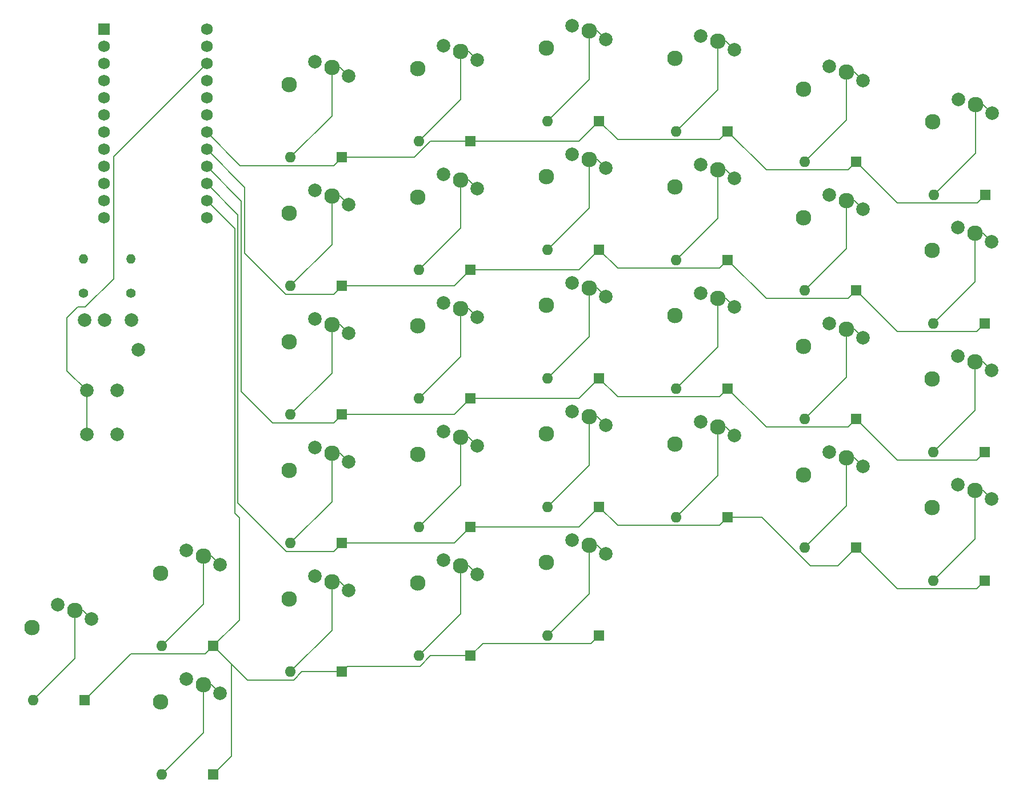
<source format=gbr>
%TF.GenerationSoftware,KiCad,Pcbnew,8.0.6*%
%TF.CreationDate,2025-02-14T20:47:42-05:00*%
%TF.ProjectId,KeyBoard_2nd_half,4b657942-6f61-4726-945f-326e645f6861,rev?*%
%TF.SameCoordinates,Original*%
%TF.FileFunction,Copper,L2,Bot*%
%TF.FilePolarity,Positive*%
%FSLAX46Y46*%
G04 Gerber Fmt 4.6, Leading zero omitted, Abs format (unit mm)*
G04 Created by KiCad (PCBNEW 8.0.6) date 2025-02-14 20:47:42*
%MOMM*%
%LPD*%
G01*
G04 APERTURE LIST*
%TA.AperFunction,ComponentPad*%
%ADD10C,2.300000*%
%TD*%
%TA.AperFunction,ComponentPad*%
%ADD11C,2.000000*%
%TD*%
%TA.AperFunction,ComponentPad*%
%ADD12C,1.400000*%
%TD*%
%TA.AperFunction,ComponentPad*%
%ADD13O,1.400000X1.400000*%
%TD*%
%TA.AperFunction,ComponentPad*%
%ADD14R,1.752600X1.752600*%
%TD*%
%TA.AperFunction,ComponentPad*%
%ADD15C,1.752600*%
%TD*%
%TA.AperFunction,ComponentPad*%
%ADD16R,1.600000X1.600000*%
%TD*%
%TA.AperFunction,ComponentPad*%
%ADD17O,1.600000X1.600000*%
%TD*%
%TA.AperFunction,Conductor*%
%ADD18C,0.200000*%
%TD*%
G04 APERTURE END LIST*
D10*
%TO.P,S36,1,1*%
%TO.N,R Col 1*%
X182102100Y-48056976D03*
D11*
X185912100Y-44696976D03*
D10*
%TO.P,S36,2,2*%
%TO.N,Net-(D36-A)*%
X188452100Y-45516976D03*
D11*
X190912100Y-46796976D03*
%TD*%
D10*
%TO.P,S57,1,1*%
%TO.N,R Col 5*%
X105902100Y-66456976D03*
D11*
X109712100Y-63096976D03*
D10*
%TO.P,S57,2,2*%
%TO.N,Net-(D57-A)*%
X112252100Y-63916976D03*
D11*
X114712100Y-65196976D03*
%TD*%
D10*
%TO.P,S56,1,1*%
%TO.N,R Col 5*%
X105902100Y-47406976D03*
D11*
X109712100Y-44046976D03*
D10*
%TO.P,S56,2,2*%
%TO.N,Net-(D56-A)*%
X112252100Y-44866976D03*
D11*
X114712100Y-46146976D03*
%TD*%
D10*
%TO.P,S42,1,1*%
%TO.N,R Col 2*%
X163052100Y-62581976D03*
D11*
X166862100Y-59221976D03*
D10*
%TO.P,S42,2,2*%
%TO.N,Net-(D42-A)*%
X169402100Y-60041976D03*
D11*
X171862100Y-61321976D03*
%TD*%
D10*
%TO.P,S51,1,1*%
%TO.N,R Col 4*%
X124952100Y-45006976D03*
D11*
X128762100Y-41646976D03*
D10*
%TO.P,S51,2,2*%
%TO.N,Net-(D51-A)*%
X131302100Y-42466976D03*
D11*
X133762100Y-43746976D03*
%TD*%
D10*
%TO.P,S59,1,1*%
%TO.N,R Col 5*%
X105902100Y-104556976D03*
D11*
X109712100Y-101196976D03*
D10*
%TO.P,S59,2,2*%
%TO.N,Net-(D59-A)*%
X112252100Y-102016976D03*
D11*
X114712100Y-103296976D03*
%TD*%
D10*
%TO.P,S34,1,1*%
%TO.N,R Col 0*%
X201152100Y-110072788D03*
D11*
X204962100Y-106712788D03*
D10*
%TO.P,S34,2,2*%
%TO.N,Net-(D34-A)*%
X207502100Y-107532788D03*
D11*
X209962100Y-108812788D03*
%TD*%
D10*
%TO.P,S37,1,1*%
%TO.N,R Col 1*%
X182102100Y-67106976D03*
D11*
X185912100Y-63746976D03*
D10*
%TO.P,S37,2,2*%
%TO.N,Net-(D37-A)*%
X188452100Y-64566976D03*
D11*
X190912100Y-65846976D03*
%TD*%
D10*
%TO.P,S31,1,1*%
%TO.N,R Col 0*%
X201177099Y-52941164D03*
D11*
X204987099Y-49581164D03*
D10*
%TO.P,S31,2,2*%
%TO.N,Net-(D31-A)*%
X207527099Y-50401164D03*
D11*
X209987099Y-51681164D03*
%TD*%
D10*
%TO.P,S53,1,1*%
%TO.N,R Col 4*%
X124952100Y-83106976D03*
D11*
X128762100Y-79746976D03*
D10*
%TO.P,S53,2,2*%
%TO.N,Net-(D53-A)*%
X131302100Y-80566976D03*
D11*
X133762100Y-81846976D03*
%TD*%
D12*
%TO.P,R4,1*%
%TO.N,VCC*%
X75383450Y-78276189D03*
D13*
%TO.P,R4,2*%
%TO.N,R Ring1*%
X75383450Y-73196189D03*
%TD*%
D10*
%TO.P,S55,1,1*%
%TO.N,R Col 4*%
X86852100Y-119781976D03*
D11*
X90662100Y-116421976D03*
D10*
%TO.P,S55,2,2*%
%TO.N,Net-(D55-A)*%
X93202100Y-117241976D03*
D11*
X95662100Y-118521976D03*
%TD*%
D10*
%TO.P,S48,1,1*%
%TO.N,R Col 3*%
X144002100Y-80106976D03*
D11*
X147812100Y-76746976D03*
D10*
%TO.P,S48,2,2*%
%TO.N,Net-(D48-A)*%
X150352100Y-77566976D03*
D11*
X152812100Y-78846976D03*
%TD*%
D10*
%TO.P,S52,1,1*%
%TO.N,R Col 4*%
X124952100Y-64056976D03*
D11*
X128762100Y-60696976D03*
D10*
%TO.P,S52,2,2*%
%TO.N,Net-(D52-A)*%
X131302100Y-61516976D03*
D11*
X133762100Y-62796976D03*
%TD*%
D10*
%TO.P,S35,1,1*%
%TO.N,R Col 0*%
X144002100Y-118206976D03*
D11*
X147812100Y-114846976D03*
D10*
%TO.P,S35,2,2*%
%TO.N,Net-(D35-A)*%
X150352100Y-115666976D03*
D11*
X152812100Y-116946976D03*
%TD*%
D10*
%TO.P,S41,1,1*%
%TO.N,R Col 2*%
X163052100Y-43531976D03*
D11*
X166862100Y-40171976D03*
D10*
%TO.P,S41,2,2*%
%TO.N,Net-(D41-A)*%
X169402100Y-40991976D03*
D11*
X171862100Y-42271976D03*
%TD*%
D10*
%TO.P,S58,1,1*%
%TO.N,R Col 5*%
X105902100Y-85506976D03*
D11*
X109712100Y-82146976D03*
D10*
%TO.P,S58,2,2*%
%TO.N,Net-(D58-A)*%
X112252100Y-82966976D03*
D11*
X114712100Y-84246976D03*
%TD*%
D12*
%TO.P,R3,1*%
%TO.N,VCC*%
X82393450Y-78286189D03*
D13*
%TO.P,R3,2*%
%TO.N,R Ring2*%
X82393450Y-73206189D03*
%TD*%
D10*
%TO.P,S45,1,1*%
%TO.N,R Col 2*%
X105902100Y-123606976D03*
D11*
X109712100Y-120246976D03*
D10*
%TO.P,S45,2,2*%
%TO.N,Net-(D45-A)*%
X112252100Y-121066976D03*
D11*
X114712100Y-122346976D03*
%TD*%
D10*
%TO.P,S47,1,1*%
%TO.N,R Col 3*%
X144002100Y-61056976D03*
D11*
X147812100Y-57696976D03*
D10*
%TO.P,S47,2,2*%
%TO.N,Net-(D47-A)*%
X150352100Y-58516976D03*
D11*
X152812100Y-59796976D03*
%TD*%
D10*
%TO.P,S43,1,1*%
%TO.N,R Col 2*%
X163052100Y-81631976D03*
D11*
X166862100Y-78271976D03*
D10*
%TO.P,S43,2,2*%
%TO.N,Net-(D43-A)*%
X169402100Y-79091976D03*
D11*
X171862100Y-80371976D03*
%TD*%
D10*
%TO.P,S60,1,1*%
%TO.N,R Col 5*%
X67802100Y-127806976D03*
D11*
X71612100Y-124446976D03*
D10*
%TO.P,S60,2,2*%
%TO.N,Net-(D60-A)*%
X74152100Y-125266976D03*
D11*
X76612100Y-126546976D03*
%TD*%
D14*
%TO.P,U4,1,TX0/PD3*%
%TO.N,unconnected-(U4-TX0{slash}PD3-Pad1)*%
X78417100Y-39206101D03*
D15*
%TO.P,U4,2,RX1/PD2*%
%TO.N,unconnected-(U4-RX1{slash}PD2-Pad2)*%
X78417100Y-41746101D03*
%TO.P,U4,3,GND*%
%TO.N,R GND*%
X78417100Y-44286101D03*
%TO.P,U4,4,GND*%
%TO.N,unconnected-(U4-GND-Pad4)*%
X78417100Y-46826101D03*
%TO.P,U4,5,2/PD1*%
%TO.N,R Ring2*%
X78417100Y-49366101D03*
%TO.P,U4,6,3/PD0*%
%TO.N,R Ring1*%
X78417100Y-51906101D03*
%TO.P,U4,7,4/PD4*%
%TO.N,R Col 0*%
X78417100Y-54446101D03*
%TO.P,U4,8,5/PC6*%
%TO.N,R Col 1*%
X78417100Y-56986101D03*
%TO.P,U4,9,6/PD7*%
%TO.N,R Col 2*%
X78417100Y-59526101D03*
%TO.P,U4,10,7/PE6*%
%TO.N,R Col 3*%
X78417100Y-62066101D03*
%TO.P,U4,11,8/PB4*%
%TO.N,R Col 4*%
X78417100Y-64606101D03*
%TO.P,U4,12,9/PB5*%
%TO.N,R Col 5*%
X78417100Y-67146101D03*
%TO.P,U4,13,10/PB6*%
%TO.N,unconnected-(U4-10{slash}PB6-Pad13)*%
X93657100Y-67146101D03*
%TO.P,U4,14,16/PB2*%
%TO.N,R Row 4*%
X93657100Y-64606101D03*
%TO.P,U4,15,14/PB3*%
%TO.N,R Row 3*%
X93657100Y-62066101D03*
%TO.P,U4,16,15/PB1*%
%TO.N,R Row 2*%
X93657100Y-59526101D03*
%TO.P,U4,17,A0/PF7*%
%TO.N,R Row 1*%
X93657100Y-56986101D03*
%TO.P,U4,18,A1/PF6*%
%TO.N,R Row 0*%
X93657100Y-54446101D03*
%TO.P,U4,19,A2/PF5*%
%TO.N,unconnected-(U4-A2{slash}PF5-Pad19)*%
X93657100Y-51906101D03*
%TO.P,U4,20,A3/PF4*%
%TO.N,unconnected-(U4-A3{slash}PF4-Pad20)*%
X93657100Y-49366101D03*
%TO.P,U4,21,VCC*%
%TO.N,R VCC*%
X93657100Y-46826101D03*
%TO.P,U4,22,RST*%
%TO.N,R RST*%
X93657100Y-44286101D03*
%TO.P,U4,23,GND*%
%TO.N,unconnected-(U4-GND-Pad23)*%
X93657100Y-41746101D03*
%TO.P,U4,24,RAW*%
%TO.N,unconnected-(U4-RAW-Pad24)*%
X93657100Y-39206101D03*
%TD*%
D10*
%TO.P,S54,1,1*%
%TO.N,R Col 4*%
X124952100Y-102156976D03*
D11*
X128762100Y-98796976D03*
D10*
%TO.P,S54,2,2*%
%TO.N,Net-(D54-A)*%
X131302100Y-99616976D03*
D11*
X133762100Y-100896976D03*
%TD*%
D10*
%TO.P,S49,1,1*%
%TO.N,R Col 3*%
X144002100Y-99156976D03*
D11*
X147812100Y-95796976D03*
D10*
%TO.P,S49,2,2*%
%TO.N,Net-(D49-A)*%
X150352100Y-96616976D03*
D11*
X152812100Y-97896976D03*
%TD*%
D10*
%TO.P,S44,1,1*%
%TO.N,R Col 2*%
X163052100Y-100681976D03*
D11*
X166862100Y-97321976D03*
D10*
%TO.P,S44,2,2*%
%TO.N,Net-(D44-A)*%
X169402100Y-98141976D03*
D11*
X171862100Y-99421976D03*
%TD*%
D10*
%TO.P,S38,1,1*%
%TO.N,R Col 1*%
X182102100Y-86156976D03*
D11*
X185912100Y-82796976D03*
D10*
%TO.P,S38,2,2*%
%TO.N,Net-(D38-A)*%
X188452100Y-83616976D03*
D11*
X190912100Y-84896976D03*
%TD*%
%TO.P,SW2,1,1*%
%TO.N,R GND*%
X80378450Y-92696189D03*
X80378450Y-99196189D03*
%TO.P,SW2,2,2*%
%TO.N,R RST*%
X75878450Y-92696189D03*
X75878450Y-99196189D03*
%TD*%
%TO.P,U3,1,Sleeve*%
%TO.N,R GND*%
X83538450Y-86730039D03*
%TO.P,U3,2,Tip*%
%TO.N,VCC*%
X82538450Y-82330039D03*
%TO.P,U3,3,Ring1*%
%TO.N,R Ring2*%
X78538450Y-82330039D03*
%TO.P,U3,4,Ring2*%
%TO.N,R Ring1*%
X75538450Y-82330039D03*
%TD*%
D10*
%TO.P,S32,1,1*%
%TO.N,R Col 0*%
X201152100Y-71972788D03*
D11*
X204962100Y-68612788D03*
D10*
%TO.P,S32,2,2*%
%TO.N,Net-(D32-A)*%
X207502100Y-69432788D03*
D11*
X209962100Y-70712788D03*
%TD*%
D10*
%TO.P,S39,1,1*%
%TO.N,R Col 1*%
X182102100Y-105206976D03*
D11*
X185912100Y-101846976D03*
D10*
%TO.P,S39,2,2*%
%TO.N,Net-(D39-A)*%
X188452100Y-102666976D03*
D11*
X190912100Y-103946976D03*
%TD*%
D10*
%TO.P,S40,1,1*%
%TO.N,R Col 1*%
X124952100Y-121206976D03*
D11*
X128762100Y-117846976D03*
D10*
%TO.P,S40,2,2*%
%TO.N,Net-(D40-A)*%
X131302100Y-118666976D03*
D11*
X133762100Y-119946976D03*
%TD*%
D10*
%TO.P,S46,1,1*%
%TO.N,R Col 3*%
X144002100Y-42006976D03*
D11*
X147812100Y-38646976D03*
D10*
%TO.P,S46,2,2*%
%TO.N,Net-(D46-A)*%
X150352100Y-39466976D03*
D11*
X152812100Y-40746976D03*
%TD*%
D10*
%TO.P,S33,1,1*%
%TO.N,R Col 0*%
X201152100Y-91022788D03*
D11*
X204962100Y-87662788D03*
D10*
%TO.P,S33,2,2*%
%TO.N,Net-(D33-A)*%
X207502100Y-88482788D03*
D11*
X209962100Y-89762788D03*
%TD*%
D10*
%TO.P,S50,1,1*%
%TO.N,R Col 3*%
X86852100Y-138831976D03*
D11*
X90662100Y-135471976D03*
D10*
%TO.P,S50,2,2*%
%TO.N,Net-(D50-A)*%
X93202100Y-136291976D03*
D11*
X95662100Y-137571976D03*
%TD*%
D16*
%TO.P,D56,1,K*%
%TO.N,R Row 0*%
X113712100Y-58196976D03*
D17*
%TO.P,D56,2,A*%
%TO.N,Net-(D56-A)*%
X106092100Y-58196976D03*
%TD*%
D16*
%TO.P,D43,1,K*%
%TO.N,R Row 2*%
X170862100Y-92421976D03*
D17*
%TO.P,D43,2,A*%
%TO.N,Net-(D43-A)*%
X163242100Y-92421976D03*
%TD*%
D16*
%TO.P,D38,1,K*%
%TO.N,R Row 2*%
X189912100Y-96946976D03*
D17*
%TO.P,D38,2,A*%
%TO.N,Net-(D38-A)*%
X182292100Y-96946976D03*
%TD*%
D16*
%TO.P,D33,1,K*%
%TO.N,R Row 2*%
X208962100Y-101812788D03*
D17*
%TO.P,D33,2,A*%
%TO.N,Net-(D33-A)*%
X201342100Y-101812788D03*
%TD*%
D16*
%TO.P,D41,1,K*%
%TO.N,R Row 0*%
X170862100Y-54321976D03*
D17*
%TO.P,D41,2,A*%
%TO.N,Net-(D41-A)*%
X163242100Y-54321976D03*
%TD*%
D16*
%TO.P,D55,1,K*%
%TO.N,R Row 4*%
X94662100Y-130571976D03*
D17*
%TO.P,D55,2,A*%
%TO.N,Net-(D55-A)*%
X87042100Y-130571976D03*
%TD*%
D16*
%TO.P,D50,1,K*%
%TO.N,R Row 4*%
X94662100Y-149621976D03*
D17*
%TO.P,D50,2,A*%
%TO.N,Net-(D50-A)*%
X87042100Y-149621976D03*
%TD*%
D16*
%TO.P,D58,1,K*%
%TO.N,R Row 2*%
X113712100Y-96296976D03*
D17*
%TO.P,D58,2,A*%
%TO.N,Net-(D58-A)*%
X106092100Y-96296976D03*
%TD*%
D16*
%TO.P,D54,1,K*%
%TO.N,R Row 3*%
X132762100Y-112946976D03*
D17*
%TO.P,D54,2,A*%
%TO.N,Net-(D54-A)*%
X125142100Y-112946976D03*
%TD*%
D16*
%TO.P,D39,1,K*%
%TO.N,R Row 3*%
X189912100Y-115996976D03*
D17*
%TO.P,D39,2,A*%
%TO.N,Net-(D39-A)*%
X182292100Y-115996976D03*
%TD*%
D16*
%TO.P,D36,1,K*%
%TO.N,R Row 0*%
X189912100Y-58846976D03*
D17*
%TO.P,D36,2,A*%
%TO.N,Net-(D36-A)*%
X182292100Y-58846976D03*
%TD*%
D16*
%TO.P,D46,1,K*%
%TO.N,R Row 0*%
X151812100Y-52796976D03*
D17*
%TO.P,D46,2,A*%
%TO.N,Net-(D46-A)*%
X144192100Y-52796976D03*
%TD*%
D16*
%TO.P,D59,1,K*%
%TO.N,R Row 3*%
X113712100Y-115346976D03*
D17*
%TO.P,D59,2,A*%
%TO.N,Net-(D59-A)*%
X106092100Y-115346976D03*
%TD*%
D16*
%TO.P,D35,1,K*%
%TO.N,R Row 4*%
X151812100Y-128996976D03*
D17*
%TO.P,D35,2,A*%
%TO.N,Net-(D35-A)*%
X144192100Y-128996976D03*
%TD*%
D16*
%TO.P,D48,1,K*%
%TO.N,R Row 2*%
X151812100Y-90896976D03*
D17*
%TO.P,D48,2,A*%
%TO.N,Net-(D48-A)*%
X144192100Y-90896976D03*
%TD*%
D16*
%TO.P,D42,1,K*%
%TO.N,R Row 1*%
X170862100Y-73371976D03*
D17*
%TO.P,D42,2,A*%
%TO.N,Net-(D42-A)*%
X163242100Y-73371976D03*
%TD*%
D16*
%TO.P,D37,1,K*%
%TO.N,R Row 1*%
X189912100Y-77896976D03*
D17*
%TO.P,D37,2,A*%
%TO.N,Net-(D37-A)*%
X182292100Y-77896976D03*
%TD*%
D16*
%TO.P,D45,1,K*%
%TO.N,R Row 4*%
X113712100Y-134396976D03*
D17*
%TO.P,D45,2,A*%
%TO.N,Net-(D45-A)*%
X106092100Y-134396976D03*
%TD*%
D16*
%TO.P,D52,1,K*%
%TO.N,R Row 1*%
X132762100Y-74846976D03*
D17*
%TO.P,D52,2,A*%
%TO.N,Net-(D52-A)*%
X125142100Y-74846976D03*
%TD*%
D16*
%TO.P,D32,1,K*%
%TO.N,R Row 1*%
X208962100Y-82762788D03*
D17*
%TO.P,D32,2,A*%
%TO.N,Net-(D32-A)*%
X201342100Y-82762788D03*
%TD*%
D16*
%TO.P,D53,1,K*%
%TO.N,R Row 2*%
X132762100Y-93896976D03*
D17*
%TO.P,D53,2,A*%
%TO.N,Net-(D53-A)*%
X125142100Y-93896976D03*
%TD*%
D16*
%TO.P,D40,1,K*%
%TO.N,R Row 4*%
X132762100Y-131996976D03*
D17*
%TO.P,D40,2,A*%
%TO.N,Net-(D40-A)*%
X125142100Y-131996976D03*
%TD*%
D16*
%TO.P,D31,1,K*%
%TO.N,R Row 0*%
X208987099Y-63731164D03*
D17*
%TO.P,D31,2,A*%
%TO.N,Net-(D31-A)*%
X201367099Y-63731164D03*
%TD*%
D16*
%TO.P,D34,1,K*%
%TO.N,R Row 3*%
X208962100Y-120862788D03*
D17*
%TO.P,D34,2,A*%
%TO.N,Net-(D34-A)*%
X201342100Y-120862788D03*
%TD*%
D16*
%TO.P,D51,1,K*%
%TO.N,R Row 0*%
X132762100Y-55796976D03*
D17*
%TO.P,D51,2,A*%
%TO.N,Net-(D51-A)*%
X125142100Y-55796976D03*
%TD*%
D16*
%TO.P,D44,1,K*%
%TO.N,R Row 3*%
X170862100Y-111471976D03*
D17*
%TO.P,D44,2,A*%
%TO.N,Net-(D44-A)*%
X163242100Y-111471976D03*
%TD*%
D16*
%TO.P,D47,1,K*%
%TO.N,R Row 1*%
X151812100Y-71846976D03*
D17*
%TO.P,D47,2,A*%
%TO.N,Net-(D47-A)*%
X144192100Y-71846976D03*
%TD*%
D16*
%TO.P,D57,1,K*%
%TO.N,R Row 1*%
X113712100Y-77246976D03*
D17*
%TO.P,D57,2,A*%
%TO.N,Net-(D57-A)*%
X106092100Y-77246976D03*
%TD*%
D16*
%TO.P,D60,1,K*%
%TO.N,R Row 4*%
X75612100Y-138596976D03*
D17*
%TO.P,D60,2,A*%
%TO.N,Net-(D60-A)*%
X67992100Y-138596976D03*
%TD*%
D16*
%TO.P,D49,1,K*%
%TO.N,R Row 3*%
X151812100Y-109946976D03*
D17*
%TO.P,D49,2,A*%
%TO.N,Net-(D49-A)*%
X144192100Y-109946976D03*
%TD*%
D18*
%TO.N,R Row 0*%
X154537100Y-55521976D02*
X151812100Y-52796976D01*
X126839157Y-55796976D02*
X124439157Y-58196976D01*
X169662100Y-55521976D02*
X154537100Y-55521976D01*
X112512100Y-59396976D02*
X98607975Y-59396976D01*
X151812100Y-52796976D02*
X148812100Y-55796976D01*
X207787099Y-64931164D02*
X195996288Y-64931164D01*
X176587100Y-60046976D02*
X170862100Y-54321976D01*
X195996288Y-64931164D02*
X189912100Y-58846976D01*
X124439157Y-58196976D02*
X113712100Y-58196976D01*
X170862100Y-54321976D02*
X169662100Y-55521976D01*
X113712100Y-58196976D02*
X112512100Y-59396976D01*
X148812100Y-55796976D02*
X132762100Y-55796976D01*
X189912100Y-58846976D02*
X188712100Y-60046976D01*
X188712100Y-60046976D02*
X176587100Y-60046976D01*
X132762100Y-55796976D02*
X126839157Y-55796976D01*
X208987099Y-63731164D02*
X207787099Y-64931164D01*
X98607975Y-59396976D02*
X93657100Y-54446101D01*
%TO.N,Net-(D31-A)*%
X207527099Y-50401164D02*
X207527099Y-57571164D01*
X208707099Y-50401164D02*
X207527099Y-50401164D01*
X207527099Y-57571164D02*
X201367099Y-63731164D01*
X209987099Y-51681164D02*
X208707099Y-50401164D01*
%TO.N,Net-(D32-A)*%
X208682100Y-69432788D02*
X207502100Y-69432788D01*
X209962100Y-70712788D02*
X208682100Y-69432788D01*
X207502100Y-69432788D02*
X207502100Y-76602788D01*
X207502100Y-76602788D02*
X201342100Y-82762788D01*
%TO.N,R Row 1*%
X169662100Y-74571976D02*
X154537100Y-74571976D01*
X132762100Y-74846976D02*
X130362100Y-77246976D01*
X154537100Y-74571976D02*
X151812100Y-71846976D01*
X208962100Y-82762788D02*
X207762100Y-83962788D01*
X207762100Y-83962788D02*
X195977912Y-83962788D01*
X148812100Y-74846976D02*
X132762100Y-74846976D01*
X113712100Y-77246976D02*
X112512100Y-78446976D01*
X130362100Y-77246976D02*
X113712100Y-77246976D01*
X105353049Y-78446976D02*
X99302262Y-72396189D01*
X151812100Y-71846976D02*
X148812100Y-74846976D01*
X170862100Y-73371976D02*
X169662100Y-74571976D01*
X189912100Y-77896976D02*
X188712100Y-79096976D01*
X195977912Y-83962788D02*
X189912100Y-77896976D01*
X99302262Y-72396189D02*
X99302262Y-62631263D01*
X188712100Y-79096976D02*
X176587100Y-79096976D01*
X176587100Y-79096976D02*
X170862100Y-73371976D01*
X112512100Y-78446976D02*
X105353049Y-78446976D01*
X99302262Y-62631263D02*
X93657100Y-56986101D01*
%TO.N,Net-(D33-A)*%
X207502100Y-95652788D02*
X201342100Y-101812788D01*
X207502100Y-88482788D02*
X207502100Y-95652788D01*
X209962100Y-89762788D02*
X208682100Y-88482788D01*
X208682100Y-88482788D02*
X207502100Y-88482788D01*
%TO.N,R Row 2*%
X189912100Y-96946976D02*
X188712100Y-98146976D01*
X98802262Y-92896189D02*
X98802262Y-64671263D01*
X103403049Y-97496976D02*
X98802262Y-92896189D01*
X208962100Y-101812788D02*
X207762100Y-103012788D01*
X195977912Y-103012788D02*
X189912100Y-96946976D01*
X112512100Y-97496976D02*
X103403049Y-97496976D01*
X132762100Y-93896976D02*
X130362100Y-96296976D01*
X169662100Y-93621976D02*
X154537100Y-93621976D01*
X176587100Y-98146976D02*
X170862100Y-92421976D01*
X207762100Y-103012788D02*
X195977912Y-103012788D01*
X188712100Y-98146976D02*
X176587100Y-98146976D01*
X154537100Y-93621976D02*
X151812100Y-90896976D01*
X130362100Y-96296976D02*
X113712100Y-96296976D01*
X148812100Y-93896976D02*
X132762100Y-93896976D01*
X98802262Y-64671263D02*
X93657100Y-59526101D01*
X170862100Y-92421976D02*
X169662100Y-93621976D01*
X151812100Y-90896976D02*
X148812100Y-93896976D01*
X113712100Y-96296976D02*
X112512100Y-97496976D01*
%TO.N,R Row 3*%
X195977912Y-122062788D02*
X189912100Y-115996976D01*
X98302262Y-66711263D02*
X93657100Y-62066101D01*
X169662100Y-112671976D02*
X154537100Y-112671976D01*
X187191548Y-118717528D02*
X183131919Y-118717528D01*
X130362100Y-115346976D02*
X113712100Y-115346976D01*
X154537100Y-112671976D02*
X151812100Y-109946976D01*
X189912100Y-115996976D02*
X187191548Y-118717528D01*
X207762100Y-122062788D02*
X195977912Y-122062788D01*
X98302262Y-109396189D02*
X98302262Y-66711263D01*
X151812100Y-109946976D02*
X148812100Y-112946976D01*
X170862100Y-111471976D02*
X169662100Y-112671976D01*
X175886367Y-111471976D02*
X170862100Y-111471976D01*
X208962100Y-120862788D02*
X207762100Y-122062788D01*
X148812100Y-112946976D02*
X132762100Y-112946976D01*
X112512100Y-116546976D02*
X105453049Y-116546976D01*
X105453049Y-116546976D02*
X98302262Y-109396189D01*
X132762100Y-112946976D02*
X130362100Y-115346976D01*
X113712100Y-115346976D02*
X112512100Y-116546976D01*
X183131919Y-118717528D02*
X175886367Y-111471976D01*
%TO.N,Net-(D34-A)*%
X207502100Y-107532788D02*
X207502100Y-114702788D01*
X208682100Y-107532788D02*
X207502100Y-107532788D01*
X209962100Y-108812788D02*
X208682100Y-107532788D01*
X207502100Y-114702788D02*
X201342100Y-120862788D01*
%TO.N,R Row 4*%
X82437100Y-131771976D02*
X75612100Y-138596976D01*
X125249944Y-133586189D02*
X114522887Y-133586189D01*
X98492262Y-111586189D02*
X97802262Y-110896189D01*
X132762100Y-131996976D02*
X126839157Y-131996976D01*
X107789157Y-134396976D02*
X106589157Y-135596976D01*
X134562100Y-130196976D02*
X132762100Y-131996976D01*
X93462100Y-131771976D02*
X82437100Y-131771976D01*
X106589157Y-135596976D02*
X99687100Y-135596976D01*
X94662100Y-130571976D02*
X98492262Y-126741814D01*
X150612100Y-130196976D02*
X134562100Y-130196976D01*
X114522887Y-133586189D02*
X113712100Y-134396976D01*
X99687100Y-135596976D02*
X94662100Y-130571976D01*
X97802262Y-110896189D02*
X97802262Y-68751263D01*
X98492262Y-126741814D02*
X98492262Y-111586189D01*
X97362100Y-146921976D02*
X94662100Y-149621976D01*
X97802262Y-68751263D02*
X93657100Y-64606101D01*
X151812100Y-128996976D02*
X150612100Y-130196976D01*
X113712100Y-134396976D02*
X107789157Y-134396976D01*
X94662100Y-130571976D02*
X93462100Y-131771976D01*
X126839157Y-131996976D02*
X125249944Y-133586189D01*
X97362100Y-133271976D02*
X97362100Y-146921976D01*
X94662100Y-130571976D02*
X97362100Y-133271976D01*
%TO.N,Net-(D35-A)*%
X150352100Y-122836976D02*
X144192100Y-128996976D01*
X150352100Y-115666976D02*
X150352100Y-122836976D01*
X152812100Y-116946976D02*
X151532100Y-115666976D01*
X151532100Y-115666976D02*
X150352100Y-115666976D01*
%TO.N,Net-(D36-A)*%
X190912100Y-46796976D02*
X189632100Y-45516976D01*
X188452100Y-45516976D02*
X188452100Y-52686976D01*
X188452100Y-52686976D02*
X182292100Y-58846976D01*
X189632100Y-45516976D02*
X188452100Y-45516976D01*
%TO.N,Net-(D37-A)*%
X188452100Y-64566976D02*
X188452100Y-71736976D01*
X189632100Y-64566976D02*
X188452100Y-64566976D01*
X188452100Y-71736976D02*
X182292100Y-77896976D01*
X190912100Y-65846976D02*
X189632100Y-64566976D01*
%TO.N,Net-(D38-A)*%
X188452100Y-90786976D02*
X182292100Y-96946976D01*
X190912100Y-84896976D02*
X189632100Y-83616976D01*
X189632100Y-83616976D02*
X188452100Y-83616976D01*
X188452100Y-83616976D02*
X188452100Y-90786976D01*
%TO.N,Net-(D39-A)*%
X189632100Y-102666976D02*
X188452100Y-102666976D01*
X188452100Y-109836976D02*
X182292100Y-115996976D01*
X188452100Y-102666976D02*
X188452100Y-109836976D01*
X190912100Y-103946976D02*
X189632100Y-102666976D01*
%TO.N,Net-(D40-A)*%
X133762100Y-119946976D02*
X132482100Y-118666976D01*
X132482100Y-118666976D02*
X131302100Y-118666976D01*
X131302100Y-125836976D02*
X125142100Y-131996976D01*
X131302100Y-118666976D02*
X131302100Y-125836976D01*
%TO.N,Net-(D41-A)*%
X169402100Y-48161976D02*
X163242100Y-54321976D01*
X170582100Y-40991976D02*
X169402100Y-40991976D01*
X171862100Y-42271976D02*
X170582100Y-40991976D01*
X169402100Y-40991976D02*
X169402100Y-48161976D01*
%TO.N,Net-(D42-A)*%
X170582100Y-60041976D02*
X169402100Y-60041976D01*
X171862100Y-61321976D02*
X170582100Y-60041976D01*
X169402100Y-60041976D02*
X169402100Y-67211976D01*
X169402100Y-67211976D02*
X163242100Y-73371976D01*
%TO.N,Net-(D43-A)*%
X169402100Y-79091976D02*
X169402100Y-86261976D01*
X169402100Y-86261976D02*
X163242100Y-92421976D01*
X170582100Y-79091976D02*
X169402100Y-79091976D01*
X171862100Y-80371976D02*
X170582100Y-79091976D01*
%TO.N,Net-(D44-A)*%
X169402100Y-98141976D02*
X169402100Y-105311976D01*
X171862100Y-99421976D02*
X170582100Y-98141976D01*
X169402100Y-105311976D02*
X163242100Y-111471976D01*
X170582100Y-98141976D02*
X169402100Y-98141976D01*
%TO.N,Net-(D45-A)*%
X112252100Y-121066976D02*
X112252100Y-128236976D01*
X112252100Y-128236976D02*
X106092100Y-134396976D01*
X114712100Y-122346976D02*
X113432100Y-121066976D01*
X113432100Y-121066976D02*
X112252100Y-121066976D01*
%TO.N,Net-(D46-A)*%
X151532100Y-39466976D02*
X150352100Y-39466976D01*
X150352100Y-46636976D02*
X144192100Y-52796976D01*
X152812100Y-40746976D02*
X151532100Y-39466976D01*
X150352100Y-39466976D02*
X150352100Y-46636976D01*
%TO.N,Net-(D47-A)*%
X150352100Y-65686976D02*
X144192100Y-71846976D01*
X152812100Y-59796976D02*
X151532100Y-58516976D01*
X151532100Y-58516976D02*
X150352100Y-58516976D01*
X150352100Y-58516976D02*
X150352100Y-65686976D01*
%TO.N,Net-(D48-A)*%
X150352100Y-77566976D02*
X150352100Y-84736976D01*
X150352100Y-84736976D02*
X144192100Y-90896976D01*
X151532100Y-77566976D02*
X150352100Y-77566976D01*
X152812100Y-78846976D02*
X151532100Y-77566976D01*
%TO.N,Net-(D49-A)*%
X150352100Y-103786976D02*
X144192100Y-109946976D01*
X151532100Y-96616976D02*
X150352100Y-96616976D01*
X152812100Y-97896976D02*
X151532100Y-96616976D01*
X150352100Y-96616976D02*
X150352100Y-103786976D01*
%TO.N,Net-(D50-A)*%
X94382100Y-136291976D02*
X93202100Y-136291976D01*
X93202100Y-143461976D02*
X87042100Y-149621976D01*
X93202100Y-136291976D02*
X93202100Y-143461976D01*
X95662100Y-137571976D02*
X94382100Y-136291976D01*
%TO.N,Net-(D51-A)*%
X131302100Y-42466976D02*
X131302100Y-49636976D01*
X132482100Y-42466976D02*
X131302100Y-42466976D01*
X133762100Y-43746976D02*
X132482100Y-42466976D01*
X131302100Y-49636976D02*
X125142100Y-55796976D01*
%TO.N,Net-(D52-A)*%
X131302100Y-61516976D02*
X131302100Y-68686976D01*
X133762100Y-62796976D02*
X132482100Y-61516976D01*
X132482100Y-61516976D02*
X131302100Y-61516976D01*
X131302100Y-68686976D02*
X125142100Y-74846976D01*
%TO.N,Net-(D53-A)*%
X131302100Y-87736976D02*
X125142100Y-93896976D01*
X131302100Y-80566976D02*
X131302100Y-87736976D01*
X133762100Y-81846976D02*
X132482100Y-80566976D01*
X132482100Y-80566976D02*
X131302100Y-80566976D01*
%TO.N,Net-(D54-A)*%
X131302100Y-99616976D02*
X131302100Y-106786976D01*
X133762100Y-100896976D02*
X132482100Y-99616976D01*
X132482100Y-99616976D02*
X131302100Y-99616976D01*
X131302100Y-106786976D02*
X125142100Y-112946976D01*
%TO.N,Net-(D55-A)*%
X93202100Y-124411976D02*
X87042100Y-130571976D01*
X95662100Y-118521976D02*
X94382100Y-117241976D01*
X93202100Y-117241976D02*
X93202100Y-124411976D01*
X94382100Y-117241976D02*
X93202100Y-117241976D01*
%TO.N,Net-(D56-A)*%
X114712100Y-46146976D02*
X113432100Y-44866976D01*
X112252100Y-52036976D02*
X106092100Y-58196976D01*
X113432100Y-44866976D02*
X112252100Y-44866976D01*
X112252100Y-44866976D02*
X112252100Y-52036976D01*
%TO.N,Net-(D57-A)*%
X112252100Y-63916976D02*
X112252100Y-71086976D01*
X114712100Y-65196976D02*
X113432100Y-63916976D01*
X113432100Y-63916976D02*
X112252100Y-63916976D01*
X112252100Y-71086976D02*
X106092100Y-77246976D01*
%TO.N,Net-(D58-A)*%
X113432100Y-82966976D02*
X112252100Y-82966976D01*
X112252100Y-90136976D02*
X106092100Y-96296976D01*
X114712100Y-84246976D02*
X113432100Y-82966976D01*
X112252100Y-82966976D02*
X112252100Y-90136976D01*
%TO.N,Net-(D59-A)*%
X112252100Y-102016976D02*
X112252100Y-109186976D01*
X113432100Y-102016976D02*
X112252100Y-102016976D01*
X112252100Y-109186976D02*
X106092100Y-115346976D01*
X114712100Y-103296976D02*
X113432100Y-102016976D01*
%TO.N,Net-(D60-A)*%
X74152100Y-132436976D02*
X67992100Y-138596976D01*
X76612100Y-126546976D02*
X75332100Y-125266976D01*
X75332100Y-125266976D02*
X74152100Y-125266976D01*
X74152100Y-125266976D02*
X74152100Y-132436976D01*
%TO.N,R RST*%
X72988450Y-89806189D02*
X72988450Y-81940001D01*
X74552262Y-80376189D02*
X75662262Y-80376189D01*
X75878450Y-92696189D02*
X72988450Y-89806189D01*
X75878450Y-99196189D02*
X75878450Y-92696189D01*
X72988450Y-81940001D02*
X74552262Y-80376189D01*
X75662262Y-80376189D02*
X79872262Y-76166189D01*
X79872262Y-76166189D02*
X79872262Y-58070939D01*
X79872262Y-58070939D02*
X93657100Y-44286101D01*
%TD*%
M02*

</source>
